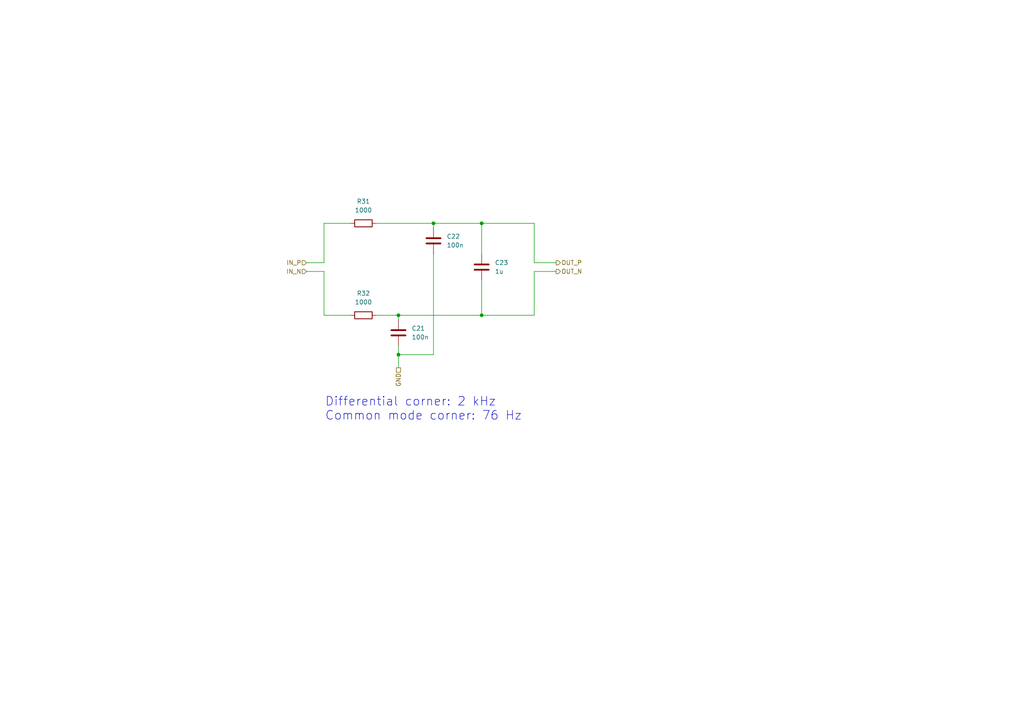
<source format=kicad_sch>
(kicad_sch (version 20231120) (generator "eeschema") (generator_version "8.0")
  (paper "A4")
  (lib_symbols
    (symbol "Device:C" (pin_numbers hide) (pin_names (offset 0.254))
      (property "Reference" "C" (at 0.635 2.54 0))
      (property "Value" "C" (at 0.635 -2.54 0))
      (symbol "C_0_1"
        (polyline (pts (xy -2.032 -0.762) (xy 2.032 -0.762)) (stroke (width 0.508)))
        (polyline (pts (xy -2.032 0.762) (xy 2.032 0.762)) (stroke (width 0.508)))
      )
      (symbol "C_1_1"
        (pin passive line (at 0 3.81 270) (length 2.794) (name "~") (number "1"))
        (pin passive line (at 0 -3.81 90) (length 2.794) (name "~") (number "2"))
      )
    )
    (symbol "Device:R" (pin_numbers hide) (pin_names (offset 0))
      (property "Reference" "R" (at 2.032 0 90))
      (property "Value" "R" (at 0 0 90))
      (symbol "R_0_1"
        (rectangle (start -1.016 -2.54) (end 1.016 2.54) (stroke (width 0.254)))
      )
      (symbol "R_1_1"
        (pin passive line (at 0 3.81 270) (length 1.27) (name "~") (number "1"))
        (pin passive line (at 0 -3.81 90) (length 1.27) (name "~") (number "2"))
      )
    )
  )
  (junction (at 139.7 91.44))
  (junction (at 115.57 91.44))
  (junction (at 115.57 102.87))
  (junction (at 139.7 64.77))
  (junction (at 125.73 64.77))
  (wire (pts (xy 115.57 102.87) (xy 115.57 106.68)))
  (wire (pts (xy 115.57 91.44) (xy 115.57 92.71)))
  (wire (pts (xy 154.94 76.2) (xy 154.94 64.77)))
  (wire (pts (xy 93.98 76.2) (xy 93.98 64.77)))
  (wire (pts (xy 139.7 81.28) (xy 139.7 91.44)))
  (wire (pts (xy 161.29 78.74) (xy 154.94 78.74)))
  (wire (pts (xy 125.73 73.66) (xy 125.73 102.87)))
  (wire (pts (xy 88.9 78.74) (xy 93.98 78.74)))
  (wire (pts (xy 115.57 91.44) (xy 139.7 91.44)))
  (wire (pts (xy 109.22 64.77) (xy 125.73 64.77)))
  (wire (pts (xy 93.98 64.77) (xy 101.6 64.77)))
  (wire (pts (xy 93.98 91.44) (xy 101.6 91.44)))
  (wire (pts (xy 154.94 78.74) (xy 154.94 91.44)))
  (wire (pts (xy 125.73 64.77) (xy 125.73 66.04)))
  (wire (pts (xy 115.57 100.33) (xy 115.57 102.87)))
  (wire (pts (xy 161.29 76.2) (xy 154.94 76.2)))
  (wire (pts (xy 109.22 91.44) (xy 115.57 91.44)))
  (wire (pts (xy 88.9 76.2) (xy 93.98 76.2)))
  (wire (pts (xy 139.7 64.77) (xy 139.7 73.66)))
  (wire (pts (xy 93.98 78.74) (xy 93.98 91.44)))
  (wire (pts (xy 125.73 102.87) (xy 115.57 102.87)))
  (wire (pts (xy 154.94 91.44) (xy 139.7 91.44)))
  (wire (pts (xy 154.94 64.77) (xy 139.7 64.77)))
  (wire (pts (xy 125.73 64.77) (xy 139.7 64.77)))
  (text "Differential corner: 2 kHz\nCommon mode corner: 76 Hz\n" (at 94.234 118.618 0) (effects (font (size 2.54 2.54)) (justify left)))
  (hierarchical_label "OUT_P" (shape output) (at 161.29 76.2 0))
  (hierarchical_label "OUT_N" (shape output) (at 161.29 78.74 0))
  (hierarchical_label "GND" (shape passive) (at 115.57 106.68 270))
  (hierarchical_label "IN_P" (shape input) (at 88.9 76.2 180))
  (hierarchical_label "IN_N" (shape input) (at 88.9 78.74 180))
  (symbol (lib_id "Device:R") (at 105.41 91.44 90) (unit 1)
    (property "Reference" "R32" (at 105.41 85.09 90))
    (property "Value" "1000" (at 105.41 87.63 90))
    (property "Footprint" "Resistor_SMD:R_0805_2012Metric_Pad1.20x1.40mm_HandSolder" (effects (hide yes)))
    (property "Description" "Resistor" (effects (hide yes)))
    (instances (project "impulse_temp_tester" (path "" (reference "R32") (unit 1)) (path "" (reference "R13") (unit 1)) (path "" (reference "R24") (unit 1)) (path "" (reference "R15") (unit 1))))
  )
  (symbol (lib_id "Device:C") (at 139.7 77.47 0) (unit 1)
    (property "Reference" "C23" (at 143.51 76.1999 0) (effects (justify left)))
    (property "Value" "1u" (at 143.51 78.7399 0) (effects (justify left)))
    (property "Footprint" "Capacitor_SMD:C_0603_1608Metric_Pad1.08x0.95mm_HandSolder" (effects (hide yes)))
    (property "Description" "Unpolarized capacitor" (effects (hide yes)))
    (property "LCSC" "C513577" (effects (hide yes)))
    (instances (project "impulse_temp_tester" (path "" (reference "C23") (unit 1)) (path "" (reference "C9") (unit 1)) (path "" (reference "C14") (unit 1)) (path "" (reference "C12") (unit 1))))
  )
  (symbol (lib_id "Device:C") (at 125.73 69.85 0) (unit 1)
    (property "Reference" "C22" (at 129.54 68.5799 0) (effects (justify left)))
    (property "Value" "100n" (at 129.54 71.1199 0) (effects (justify left)))
    (property "Footprint" "Capacitor_SMD:C_0603_1608Metric_Pad1.08x0.95mm_HandSolder" (effects (hide yes)))
    (property "Description" "Unpolarized capacitor" (effects (hide yes)))
    (property "LCSC" " C5199872" (effects (hide yes)))
    (instances (project "impulse_temp_tester" (path "" (reference "C22") (unit 1)) (path "" (reference "C7") (unit 1)) (path "" (reference "C13") (unit 1)) (path "" (reference "C10") (unit 1))))
  )
  (symbol (lib_id "Device:R") (at 105.41 64.77 90) (unit 1)
    (property "Reference" "R31" (at 105.41 58.42 90))
    (property "Value" "1000" (at 105.41 60.96 90))
    (property "Footprint" "Resistor_SMD:R_0805_2012Metric_Pad1.20x1.40mm_HandSolder" (effects (hide yes)))
    (property "Description" "Resistor" (effects (hide yes)))
    (instances (project "impulse_temp_tester" (path "" (reference "R31") (unit 1)) (path "" (reference "R11") (unit 1)) (path "" (reference "R23") (unit 1)) (path "" (reference "R14") (unit 1))))
  )
  (symbol (lib_id "Device:C") (at 115.57 96.52 0) (unit 1)
    (property "Reference" "C21" (at 119.38 95.2499 0) (effects (justify left)))
    (property "Value" "100n" (at 119.38 97.7899 0) (effects (justify left)))
    (property "Footprint" "Capacitor_SMD:C_0603_1608Metric_Pad1.08x0.95mm_HandSolder" (effects (hide yes)))
    (property "Description" "Unpolarized capacitor" (effects (hide yes)))
    (property "LCSC" " C5199872" (effects (hide yes)))
    (instances (project "impulse_temp_tester" (path "" (reference "C21") (unit 1)) (path "" (reference "C8") (unit 1)) (path "" (reference "C3") (unit 1)) (path "" (reference "C11") (unit 1))))
  )
)
</source>
